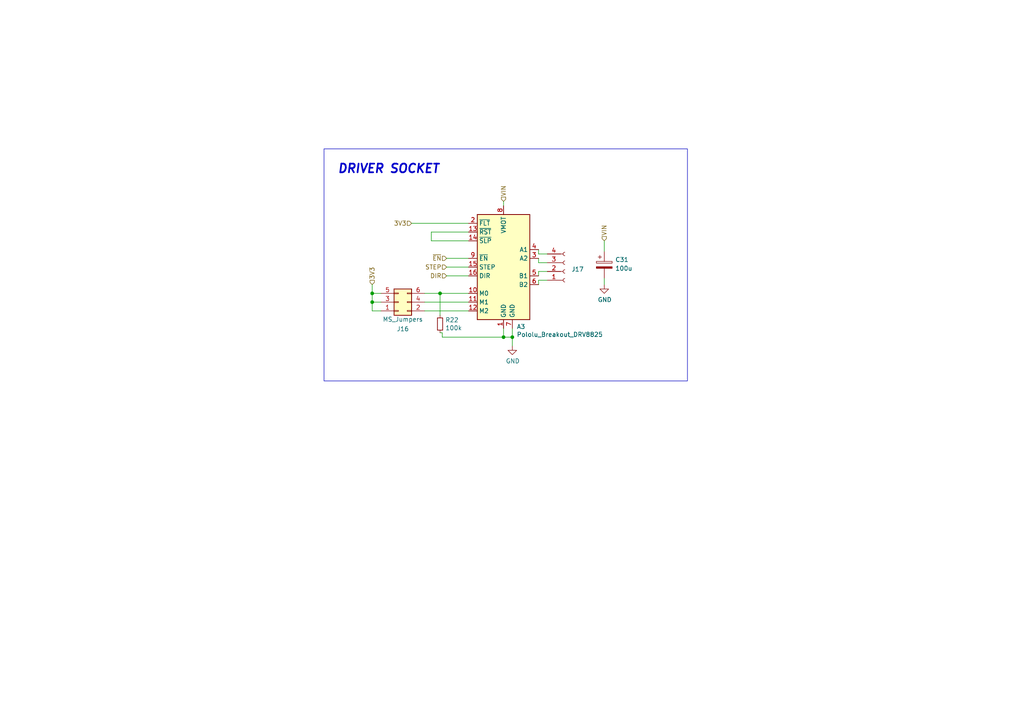
<source format=kicad_sch>
(kicad_sch (version 20250114) (generator "eeschema") (generator_version "9.0")
  (paper "A4")
  (lib_symbols
    (symbol "Connector:Conn_01x04_Female" (pin_names (offset 1.016) (hide yes))
      (property "Reference" "J" (at 0 5.08 0))
      (property "Value" "Conn_01x04_Female" (at 0 -7.62 0))
      (symbol "Conn_01x04_Female_1_1"
        (polyline (pts (xy -1.27 2.54) (xy -0.508 2.54)) (stroke (width 0.1524)))
        (polyline (pts (xy -1.27 0) (xy -0.508 0)) (stroke (width 0.1524)))
        (polyline (pts (xy -1.27 -2.54) (xy -0.508 -2.54)) (stroke (width 0.1524)))
        (polyline (pts (xy -1.27 -5.08) (xy -0.508 -5.08)) (stroke (width 0.1524)))
        (arc (start 0 2.032) (mid -0.5058 2.54) (end 0 3.048) (stroke (width 0.1524)))
        (arc (start 0 -0.508) (mid -0.5058 0) (end 0 0.508) (stroke (width 0.1524)))
        (arc (start 0 -3.048) (mid -0.5058 -2.54) (end 0 -2.032) (stroke (width 0.1524)))
        (arc (start 0 -5.588) (mid -0.5058 -5.08) (end 0 -4.572) (stroke (width 0.1524)))
        (pin passive line (at -5.08 2.54 0) (length 3.81) (name "Pin_1") (number "1"))
        (pin passive line (at -5.08 0 0) (length 3.81) (name "Pin_2") (number "2"))
        (pin passive line (at -5.08 -2.54 0) (length 3.81) (name "Pin_3") (number "3"))
        (pin passive line (at -5.08 -5.08 0) (length 3.81) (name "Pin_4") (number "4"))
      )
    )
    (symbol "Connector_Generic:Conn_02x03_Odd_Even" (pin_names (offset 1.016) (hide yes))
      (property "Reference" "J" (at 1.27 5.08 0))
      (property "Value" "Conn_02x03_Odd_Even" (at 1.27 -5.08 0))
      (symbol "Conn_02x03_Odd_Even_1_1"
        (rectangle (start -1.27 3.81) (end 3.81 -3.81) (stroke (width 0.254)) (fill (type background)))
        (rectangle (start -1.27 2.667) (end 0 2.413) (stroke (width 0.1524)))
        (rectangle (start -1.27 0.127) (end 0 -0.127) (stroke (width 0.1524)))
        (rectangle (start -1.27 -2.413) (end 0 -2.667) (stroke (width 0.1524)))
        (rectangle (start 3.81 2.667) (end 2.54 2.413) (stroke (width 0.1524)))
        (rectangle (start 3.81 0.127) (end 2.54 -0.127) (stroke (width 0.1524)))
        (rectangle (start 3.81 -2.413) (end 2.54 -2.667) (stroke (width 0.1524)))
        (pin passive line (at -5.08 2.54 0) (length 3.81) (name "Pin_1") (number "1"))
        (pin passive line (at -5.08 0 0) (length 3.81) (name "Pin_3") (number "3"))
        (pin passive line (at -5.08 -2.54 0) (length 3.81) (name "Pin_5") (number "5"))
        (pin passive line (at 7.62 2.54 180) (length 3.81) (name "Pin_2") (number "2"))
        (pin passive line (at 7.62 0 180) (length 3.81) (name "Pin_4") (number "4"))
        (pin passive line (at 7.62 -2.54 180) (length 3.81) (name "Pin_6") (number "6"))
      )
    )
    (symbol "Device:C_Polarized" (pin_numbers (hide yes)) (pin_names (offset 0.254))
      (property "Reference" "C" (at 0.635 2.54 0))
      (property "Value" "C_Polarized" (at 0.635 -2.54 0))
      (symbol "C_Polarized_0_1"
        (rectangle (start -2.286 0.508) (end 2.286 1.016))
        (polyline (pts (xy -1.778 2.286) (xy -0.762 2.286)))
        (polyline (pts (xy -1.27 2.794) (xy -1.27 1.778)))
        (rectangle (start 2.286 -0.508) (end -2.286 -1.016) (fill (type outline)))
      )
      (symbol "C_Polarized_1_1"
        (pin passive line (at 0 3.81 270) (length 2.794) (name "~") (number "1"))
        (pin passive line (at 0 -3.81 90) (length 2.794) (name "~") (number "2"))
      )
    )
    (symbol "Device:R_Small" (pin_numbers (hide yes)) (pin_names (offset 0.254) (hide yes))
      (property "Reference" "R" (at 0.762 0.508 0))
      (property "Value" "R_Small" (at 0.762 -1.016 0))
      (symbol "R_Small_0_1"
        (rectangle (start -0.762 1.778) (end 0.762 -1.778) (stroke (width 0.2032)))
      )
      (symbol "R_Small_1_1"
        (pin passive line (at 0 2.54 270) (length 0.762) (name "~") (number "1"))
        (pin passive line (at 0 -2.54 90) (length 0.762) (name "~") (number "2"))
      )
    )
    (symbol "Driver_Motor:Pololu_Breakout_DRV8825"
      (property "Reference" "A" (at -2.54 16.51 0))
      (property "Value" "Pololu_Breakout_DRV8825" (at -2.54 13.97 0))
      (symbol "Pololu_Breakout_DRV8825_0_1"
        (rectangle (start 7.62 -17.78) (end -7.62 12.7) (stroke (width 0.254)) (fill (type background)))
      )
      (symbol "Pololu_Breakout_DRV8825_1_1"
        (pin output line (at -10.16 10.16 0) (length 2.54) (name "~{FLT}") (number "2"))
        (pin input line (at -10.16 7.62 0) (length 2.54) (name "~{RST}") (number "13"))
        (pin input line (at -10.16 5.08 0) (length 2.54) (name "~{SLP}") (number "14"))
        (pin input line (at -10.16 0 0) (length 2.54) (name "~{EN}") (number "9"))
        (pin input line (at -10.16 -2.54 0) (length 2.54) (name "STEP") (number "15"))
        (pin input line (at -10.16 -5.08 0) (length 2.54) (name "DIR") (number "16"))
        (pin input line (at -10.16 -10.16 0) (length 2.54) (name "M0") (number "10"))
        (pin input line (at -10.16 -12.7 0) (length 2.54) (name "M1") (number "11"))
        (pin input line (at -10.16 -15.24 0) (length 2.54) (name "M2") (number "12"))
        (pin power_in line (at 0 15.24 270) (length 2.54) (name "VMOT") (number "8"))
        (pin power_in line (at 0 -20.32 90) (length 2.54) (name "GND") (number "1"))
        (pin power_in line (at 2.54 -20.32 90) (length 2.54) (name "GND") (number "7"))
        (pin output line (at 10.16 2.54 180) (length 2.54) (name "A1") (number "4"))
        (pin output line (at 10.16 0 180) (length 2.54) (name "A2") (number "3"))
        (pin output line (at 10.16 -5.08 180) (length 2.54) (name "B1") (number "5"))
        (pin output line (at 10.16 -7.62 180) (length 2.54) (name "B2") (number "6"))
      )
    )
    (symbol "power:GND" (power) (pin_names (offset 0))
      (property "Value" "GND" (at 0 -3.81 0))
      (symbol "GND_0_1"
        (polyline (pts (xy 0 0) (xy 0 -1.27) (xy 1.27 -1.27) (xy 0 -2.54) (xy -1.27 -1.27) (xy 0 -1.27)))
      )
      (symbol "GND_1_1"
        (pin power_in line (at 0 0 270) (length 0) (hide yes) (name "GND") (number "1"))
      )
    )
  )
  (rectangle (start 93.98 43.18) (end 199.39 110.49))
  (text "DRIVER SOCKET" (at 97.79 50.546 0) (effects (font (size 2.5 2.5) (thickness 0.5) (bold yes) (italic yes)) (justify left bottom)))
  (junction (at 146.05 97.79))
  (junction (at 127.635 85.09))
  (junction (at 107.95 87.63))
  (junction (at 148.59 97.79))
  (junction (at 107.95 85.09))
  (wire (pts (xy 107.95 85.09) (xy 107.95 87.63)))
  (wire (pts (xy 128.27 96.52) (xy 127.635 96.52)))
  (wire (pts (xy 110.49 87.63) (xy 107.95 87.63)))
  (wire (pts (xy 129.54 80.01) (xy 135.89 80.01)))
  (wire (pts (xy 158.75 78.74) (xy 156.21 78.74)))
  (wire (pts (xy 125.095 67.31) (xy 135.89 67.31)))
  (wire (pts (xy 156.21 72.39) (xy 156.21 73.66)))
  (wire (pts (xy 156.21 81.28) (xy 156.21 82.55)))
  (wire (pts (xy 123.19 90.17) (xy 135.89 90.17)))
  (wire (pts (xy 175.26 82.55) (xy 175.26 80.645)))
  (wire (pts (xy 146.05 95.25) (xy 146.05 97.79)))
  (wire (pts (xy 127.635 85.09) (xy 135.89 85.09)))
  (wire (pts (xy 175.26 69.85) (xy 175.26 73.025)))
  (wire (pts (xy 107.95 82.55) (xy 107.95 85.09)))
  (wire (pts (xy 156.21 74.93) (xy 156.21 76.2)))
  (wire (pts (xy 156.21 81.28) (xy 158.75 81.28)))
  (wire (pts (xy 156.21 78.74) (xy 156.21 80.01)))
  (wire (pts (xy 146.05 58.42) (xy 146.05 59.69)))
  (wire (pts (xy 127.635 85.09) (xy 127.635 91.44)))
  (wire (pts (xy 129.54 74.93) (xy 135.89 74.93)))
  (wire (pts (xy 123.19 87.63) (xy 135.89 87.63)))
  (wire (pts (xy 125.095 69.85) (xy 135.89 69.85)))
  (wire (pts (xy 156.21 76.2) (xy 158.75 76.2)))
  (wire (pts (xy 107.95 90.17) (xy 110.49 90.17)))
  (wire (pts (xy 148.59 97.79) (xy 148.59 100.33)))
  (wire (pts (xy 107.95 87.63) (xy 107.95 90.17)))
  (wire (pts (xy 129.54 77.47) (xy 135.89 77.47)))
  (wire (pts (xy 123.19 85.09) (xy 127.635 85.09)))
  (wire (pts (xy 125.095 67.31) (xy 125.095 69.85)))
  (wire (pts (xy 128.27 97.79) (xy 146.05 97.79)))
  (wire (pts (xy 119.38 64.77) (xy 135.89 64.77)))
  (wire (pts (xy 146.05 97.79) (xy 148.59 97.79)))
  (wire (pts (xy 148.59 95.25) (xy 148.59 97.79)))
  (wire (pts (xy 156.21 73.66) (xy 158.75 73.66)))
  (wire (pts (xy 128.27 96.52) (xy 128.27 97.79)))
  (wire (pts (xy 110.49 85.09) (xy 107.95 85.09)))
  (hierarchical_label "3V3" (shape input) (at 107.95 82.55 90))
  (hierarchical_label "DIR" (shape input) (at 129.54 80.01 180))
  (hierarchical_label "VIN" (shape input) (at 175.26 69.85 90))
  (hierarchical_label "VIN" (shape input) (at 146.05 58.42 90))
  (hierarchical_label "~{EN}" (shape input) (at 129.54 74.93 180))
  (hierarchical_label "3V3" (shape input) (at 119.38 64.77 180))
  (hierarchical_label "STEP" (shape input) (at 129.54 77.47 180))
  (symbol (lib_id "Driver_Motor:Pololu_Breakout_DRV8825") (at 146.05 74.93 0) (unit 1)
    (property "Reference" "A1" (at 149.86 94.742 0) (effects (justify left)))
    (property "Value" "Pololu_Breakout_DRV8825" (at 149.86 97.028 0) (effects (justify left)))
    (property "Footprint" "Module:Pololu_Breakout-16_15.2x20.3mm" (effects (hide yes)))
    (property "Datasheet" "https://www.pololu.com/product/2982" (effects (hide yes)))
    (instances (project "Dispenser-Rev1.0.1" (path "" (reference "A3") (unit 1)) (path "" (reference "A1") (unit 1))))
  )
  (symbol (lib_id "Connector:Conn_01x04_Female") (at 163.83 78.74 0) (mirror x) (unit 1)
    (property "Reference" "J15" (at 165.735 78.105 0) (effects (justify left)))
    (property "Value" "Conn_01x04_Female" (effects (hide yes)))
    (property "Footprint" "Connector_JST:JST_PH_B4B-PH-K_1x04_P2.00mm_Vertical" (effects (hide yes)))
    (property "LCSC Part #" "C566009" (effects (hide yes)))
    (instances (project "Dispenser-Rev1.0.1" (path "" (reference "J17") (unit 1)) (path "" (reference "J15") (unit 1))))
  )
  (symbol (lib_id "Device:R_Small") (at 127.635 93.98 0) (unit 1)
    (property "Reference" "R21" (at 129.1336 92.8116 0) (effects (justify left)))
    (property "Value" "100k" (at 129.1336 95.123 0) (effects (justify left)))
    (property "Footprint" "Resistor_SMD:R_0603_1608Metric" (effects (hide yes)))
    (property "LCSC Part #" "C25803" (effects (hide yes)))
    (instances (project "Dispenser-Rev1.0.1" (path "" (reference "R22") (unit 1)) (path "" (reference "R21") (unit 1))))
  )
  (symbol (lib_id "Connector_Generic:Conn_02x03_Odd_Even") (at 115.57 87.63 0) (mirror x) (unit 1)
    (property "Reference" "J14" (at 116.84 95.4065 0))
    (property "Value" "MS_Jumpers" (at 116.84 92.6314 0))
    (property "Footprint" "Connector_PinHeader_2.54mm:PinHeader_2x03_P2.54mm_Vertical" (effects (hide yes)))
    (property "LCSC Part #" "C706893" (effects (hide yes)))
    (instances (project "Dispenser-Rev1.0.1" (path "" (reference "J16") (unit 1)) (path "" (reference "J14") (unit 1))))
  )
  (symbol (lib_id "power:GND") (at 148.59 100.33 0) (unit 1)
    (property "Reference" "#PWR055" (effects (hide yes)))
    (property "Value" "GND" (at 148.717 104.7242 0))
    (instances (project "Dispenser-Rev1.0.1" (path "" (reference "#PWR057") (unit 1)) (path "" (reference "#PWR055") (unit 1))))
  )
  (symbol (lib_id "power:GND") (at 175.26 82.55 0) (unit 1)
    (property "Reference" "#PWR056" (effects (hide yes)))
    (property "Value" "GND" (at 175.387 86.9442 0))
    (instances (project "Dispenser-Rev1.0.1" (path "" (reference "#PWR058") (unit 1)) (path "" (reference "#PWR056") (unit 1))))
  )
  (symbol (lib_id "Device:C_Polarized") (at 175.26 76.835 0) (unit 1)
    (property "Reference" "C30" (at 178.435 75.311 0) (effects (justify left)))
    (property "Value" "100u" (at 178.435 77.851 0) (effects (justify left)))
    (property "Footprint" "Capacitor_SMD:CP_Elec_6.3x7.7" (effects (hide yes)))
    (property "LCSC Part #" "C3339" (effects (hide yes)))
    (instances (project "Dispenser-Rev1.0.1" (path "" (reference "C31") (unit 1)) (path "" (reference "C30") (unit 1))))
  )
)
</source>
